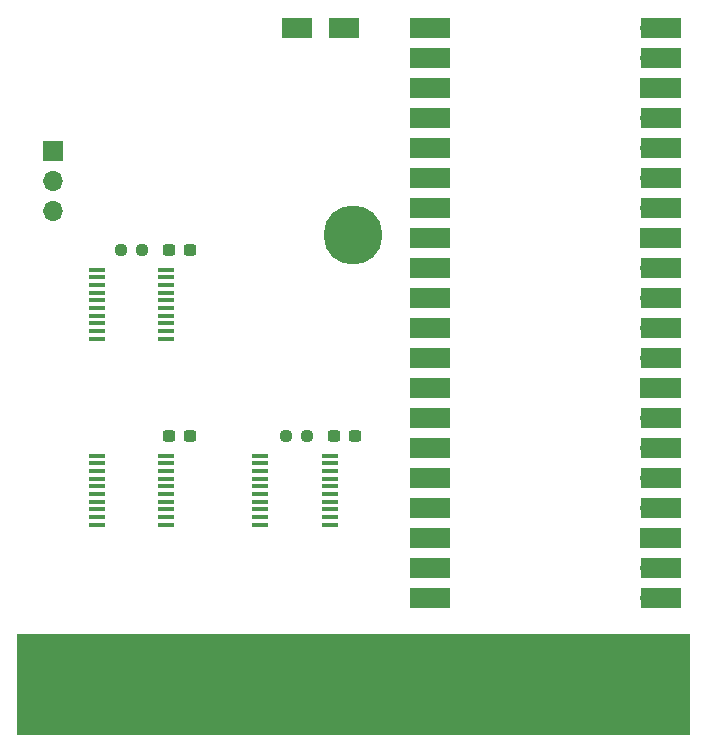
<source format=gts>
%TF.GenerationSoftware,KiCad,Pcbnew,6.0.0*%
%TF.CreationDate,2022-02-18T00:32:39-05:00*%
%TF.ProjectId,picocart,7069636f-6361-4727-942e-6b696361645f,rev?*%
%TF.SameCoordinates,Original*%
%TF.FileFunction,Soldermask,Top*%
%TF.FilePolarity,Negative*%
%FSLAX46Y46*%
G04 Gerber Fmt 4.6, Leading zero omitted, Abs format (unit mm)*
G04 Created by KiCad (PCBNEW 6.0.0) date 2022-02-18 00:32:39*
%MOMM*%
%LPD*%
G01*
G04 APERTURE LIST*
G04 Aperture macros list*
%AMRoundRect*
0 Rectangle with rounded corners*
0 $1 Rounding radius*
0 $2 $3 $4 $5 $6 $7 $8 $9 X,Y pos of 4 corners*
0 Add a 4 corners polygon primitive as box body*
4,1,4,$2,$3,$4,$5,$6,$7,$8,$9,$2,$3,0*
0 Add four circle primitives for the rounded corners*
1,1,$1+$1,$2,$3*
1,1,$1+$1,$4,$5*
1,1,$1+$1,$6,$7*
1,1,$1+$1,$8,$9*
0 Add four rect primitives between the rounded corners*
20,1,$1+$1,$2,$3,$4,$5,0*
20,1,$1+$1,$4,$5,$6,$7,0*
20,1,$1+$1,$6,$7,$8,$9,0*
20,1,$1+$1,$8,$9,$2,$3,0*%
G04 Aperture macros list end*
%ADD10O,1.700000X1.700000*%
%ADD11R,1.700000X1.700000*%
%ADD12R,2.500000X1.800000*%
%ADD13R,3.500000X1.700000*%
%ADD14C,5.000000*%
%ADD15RoundRect,0.237500X-0.250000X-0.237500X0.250000X-0.237500X0.250000X0.237500X-0.250000X0.237500X0*%
%ADD16RoundRect,0.237500X0.300000X0.237500X-0.300000X0.237500X-0.300000X-0.237500X0.300000X-0.237500X0*%
%ADD17R,1.475000X0.450000*%
%ADD18RoundRect,0.237500X0.250000X0.237500X-0.250000X0.237500X-0.250000X-0.237500X0.250000X-0.237500X0*%
%ADD19R,1.524000X8.316000*%
G04 APERTURE END LIST*
%TO.C,J1*%
G36*
X175314000Y-107354200D02*
G01*
X118312000Y-107354200D01*
X118312000Y-98819800D01*
X175314000Y-98819800D01*
X175314000Y-107354200D01*
G37*
%TD*%
D10*
%TO.C,SW1*%
X121412000Y-62992000D03*
X121412000Y-60452000D03*
D11*
X121412000Y-57912000D03*
%TD*%
D12*
%TO.C,D1*%
X142018000Y-47498000D03*
X146018000Y-47498000D03*
%TD*%
D10*
%TO.C,J2*%
X171958000Y-47470000D03*
D13*
X172858000Y-47470000D03*
X172858000Y-50010000D03*
D10*
X171958000Y-50010000D03*
D11*
X171958000Y-52550000D03*
D13*
X172858000Y-52550000D03*
D10*
X171958000Y-55090000D03*
D13*
X172858000Y-55090000D03*
X172858000Y-57630000D03*
D10*
X171958000Y-57630000D03*
X171958000Y-60170000D03*
D13*
X172858000Y-60170000D03*
X172858000Y-62710000D03*
D10*
X171958000Y-62710000D03*
D11*
X171958000Y-65250000D03*
D13*
X172858000Y-65250000D03*
D10*
X171958000Y-67790000D03*
D13*
X172858000Y-67790000D03*
D10*
X171958000Y-70330000D03*
D13*
X172858000Y-70330000D03*
X172858000Y-72870000D03*
D10*
X171958000Y-72870000D03*
D13*
X172858000Y-75410000D03*
D10*
X171958000Y-75410000D03*
D13*
X172858000Y-77950000D03*
D11*
X171958000Y-77950000D03*
D10*
X171958000Y-80490000D03*
D13*
X172858000Y-80490000D03*
D10*
X171958000Y-83030000D03*
D13*
X172858000Y-83030000D03*
X172858000Y-85570000D03*
D10*
X171958000Y-85570000D03*
X171958000Y-88110000D03*
D13*
X172858000Y-88110000D03*
X172858000Y-90650000D03*
D11*
X171958000Y-90650000D03*
D13*
X172858000Y-93190000D03*
D10*
X171958000Y-93190000D03*
D13*
X172858000Y-95730000D03*
D10*
X171958000Y-95730000D03*
D13*
X153278000Y-95730000D03*
D10*
X154178000Y-95730000D03*
X154178000Y-93190000D03*
D13*
X153278000Y-93190000D03*
X153278000Y-90650000D03*
D11*
X154178000Y-90650000D03*
D13*
X153278000Y-88110000D03*
D10*
X154178000Y-88110000D03*
X154178000Y-85570000D03*
D13*
X153278000Y-85570000D03*
X153278000Y-83030000D03*
D10*
X154178000Y-83030000D03*
D13*
X153278000Y-80490000D03*
D10*
X154178000Y-80490000D03*
D13*
X153278000Y-77950000D03*
D11*
X154178000Y-77950000D03*
D13*
X153278000Y-75410000D03*
D10*
X154178000Y-75410000D03*
D13*
X153278000Y-72870000D03*
D10*
X154178000Y-72870000D03*
D13*
X153278000Y-70330000D03*
D10*
X154178000Y-70330000D03*
D13*
X153278000Y-67790000D03*
D10*
X154178000Y-67790000D03*
D13*
X153278000Y-65250000D03*
D11*
X154178000Y-65250000D03*
D10*
X154178000Y-62710000D03*
D13*
X153278000Y-62710000D03*
X153278000Y-60170000D03*
D10*
X154178000Y-60170000D03*
D13*
X153278000Y-57630000D03*
D10*
X154178000Y-57630000D03*
X154178000Y-55090000D03*
D13*
X153278000Y-55090000D03*
D11*
X154178000Y-52550000D03*
D13*
X153278000Y-52550000D03*
D10*
X154178000Y-50010000D03*
D13*
X153278000Y-50010000D03*
X153278000Y-47470000D03*
D10*
X154178000Y-47470000D03*
%TD*%
D14*
%TO.C,REF\u002A\u002A*%
X146810000Y-65040000D03*
%TD*%
D15*
%TO.C,R2*%
X141073500Y-82042000D03*
X142898500Y-82042000D03*
%TD*%
D16*
%TO.C,C2*%
X132942500Y-82042000D03*
X131217500Y-82042000D03*
%TD*%
D17*
%TO.C,U3*%
X138921000Y-83689000D03*
X138921000Y-84339000D03*
X138921000Y-84989000D03*
X138921000Y-85639000D03*
X138921000Y-86289000D03*
X138921000Y-86939000D03*
X138921000Y-87589000D03*
X138921000Y-88239000D03*
X138921000Y-88889000D03*
X138921000Y-89539000D03*
X144797000Y-89539000D03*
X144797000Y-88889000D03*
X144797000Y-88239000D03*
X144797000Y-87589000D03*
X144797000Y-86939000D03*
X144797000Y-86289000D03*
X144797000Y-85639000D03*
X144797000Y-84989000D03*
X144797000Y-84339000D03*
X144797000Y-83689000D03*
%TD*%
D16*
%TO.C,C1*%
X132942500Y-66294000D03*
X131217500Y-66294000D03*
%TD*%
D17*
%TO.C,U2*%
X125078000Y-83689000D03*
X125078000Y-84339000D03*
X125078000Y-84989000D03*
X125078000Y-85639000D03*
X125078000Y-86289000D03*
X125078000Y-86939000D03*
X125078000Y-87589000D03*
X125078000Y-88239000D03*
X125078000Y-88889000D03*
X125078000Y-89539000D03*
X130954000Y-89539000D03*
X130954000Y-88889000D03*
X130954000Y-88239000D03*
X130954000Y-87589000D03*
X130954000Y-86939000D03*
X130954000Y-86289000D03*
X130954000Y-85639000D03*
X130954000Y-84989000D03*
X130954000Y-84339000D03*
X130954000Y-83689000D03*
%TD*%
D18*
%TO.C,R1*%
X128928500Y-66294000D03*
X127103500Y-66294000D03*
%TD*%
D19*
%TO.C,J1*%
X120142000Y-102977800D03*
X122682000Y-102977800D03*
X125222000Y-102977800D03*
X127762000Y-102977800D03*
X130302000Y-102977800D03*
X132842000Y-102977800D03*
X135382000Y-102977800D03*
X137922000Y-102977800D03*
X140462000Y-102977800D03*
X143002000Y-102977800D03*
X145542000Y-102977800D03*
X148082000Y-102977800D03*
X150622000Y-102977800D03*
X153162000Y-102977800D03*
X155702000Y-102977800D03*
X158242000Y-102977800D03*
X160782000Y-102977800D03*
X163322000Y-102977800D03*
X165862000Y-102977800D03*
X168402000Y-102977800D03*
X170942000Y-102977800D03*
X173482000Y-102977800D03*
%TD*%
D16*
%TO.C,C3*%
X146912500Y-82042000D03*
X145187500Y-82042000D03*
%TD*%
D17*
%TO.C,U1*%
X125078000Y-67941000D03*
X125078000Y-68591000D03*
X125078000Y-69241000D03*
X125078000Y-69891000D03*
X125078000Y-70541000D03*
X125078000Y-71191000D03*
X125078000Y-71841000D03*
X125078000Y-72491000D03*
X125078000Y-73141000D03*
X125078000Y-73791000D03*
X130954000Y-73791000D03*
X130954000Y-73141000D03*
X130954000Y-72491000D03*
X130954000Y-71841000D03*
X130954000Y-71191000D03*
X130954000Y-70541000D03*
X130954000Y-69891000D03*
X130954000Y-69241000D03*
X130954000Y-68591000D03*
X130954000Y-67941000D03*
%TD*%
M02*

</source>
